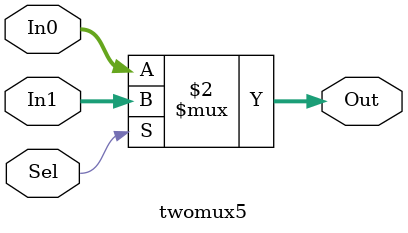
<source format=v>
`timescale 1ns / 1ps
module twomux5(In0,In1,Sel,Out);

input [4:0]In0,In1;
input Sel;
output [4:0]Out;


assign Out = (Sel==0)?In0:In1;


endmodule

</source>
